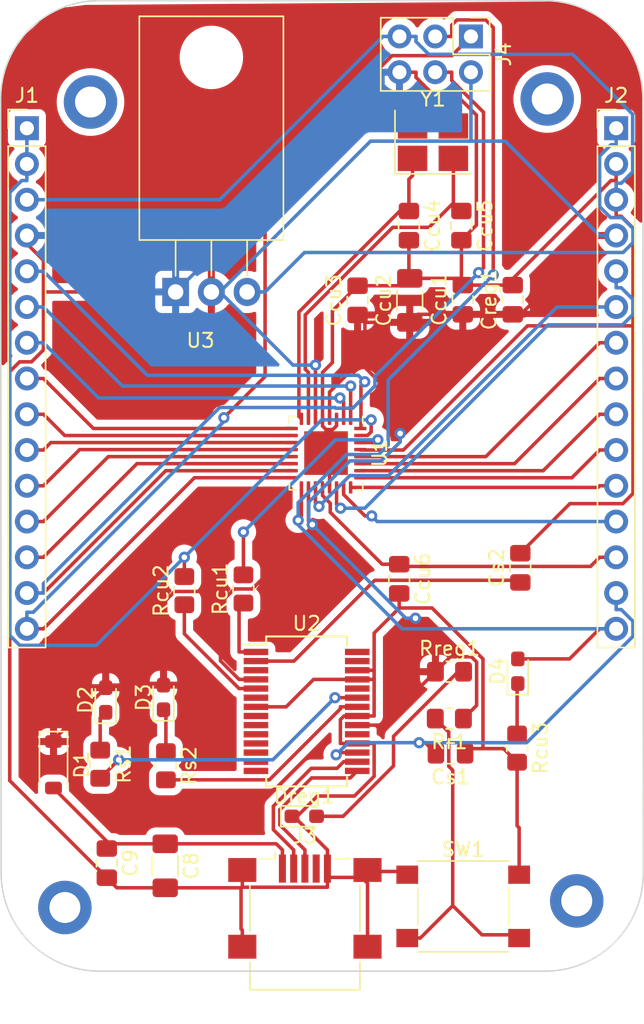
<source format=kicad_pcb>
(kicad_pcb (version 20221018) (generator pcbnew)
  (layers (0 "F.Cu" signal) (31 "B.Cu" signal) (34 "B.Paste" user) (35 "F.Paste" user) (36 "B.SilkS" user "B.Silkscreen") (37 "F.SilkS" user "F.Silkscreen") (38 "B.Mask" user) (39 "F.Mask" user) (44 "Edge.Cuts" user))
  (net 0 "")
  (net 1 "VBUS")
  (net 2 "GND")
  (net 3 "+5V")
  (net 4 "Net-(U1-XTAL2{slash}PB7)")
  (net 5 "Net-(U1-XTAL1{slash}PB6)")
  (net 6 "/AREF")
  (net 7 "+3.3V")
  (net 8 "Net-(U2-DTR)")
  (net 9 "/RESET")
  (net 10 "Net-(D2-K)")
  (net 11 "Net-(D3-K)")
  (net 12 "Net-(D4-K)")
  (net 13 "/D13_SCK")
  (net 14 "Net-(Dreg1-A)")
  (net 15 "/D1_TX")
  (net 16 "/D2")
  (net 17 "/D3")
  (net 18 "/D4")
  (net 19 "/D5")
  (net 20 "/D6")
  (net 21 "/D7")
  (net 22 "/D8")
  (net 23 "/D9")
  (net 24 "/D10")
  (net 25 "/D11_MOSI")
  (net 26 "/D12_MISO")
  (net 27 "VS")
  (net 28 "/A7")
  (net 29 "/A6")
  (net 30 "/A5")
  (net 31 "/A4")
  (net 32 "/A3")
  (net 33 "/A2")
  (net 34 "/A1")
  (net 35 "/A0")
  (net 36 "Net-(J3-D-)")
  (net 37 "Net-(J3-D+)")
  (net 39 "/RX")
  (net 40 "/D0_RX")
  (net 41 "/TX")
  (net 42 "Net-(Rr1-Pad2)")
  (net 43 "Net-(U2-CBUS0)")
  (net 44 "Net-(U2-CBUS1)")
  (footprint "Capacitor_SMD:C_0805_2012Metric_Pad1.18x1.45mm_HandSolder" (layer "F.Cu") (at 133.28 75.5875 -90)
    (fp_text reference "Ccu5")
    (fp_text value "C")
  )
  (footprint "Crystal:Crystal_SMD_3225-4Pin_3.2x2.5mm_HandSoldering" (layer "F.Cu") (at 131.26 69.66)
    (fp_text reference "Y1")
    (fp_text value "16Mhz")
  )
  (footprint "Capacitor_SMD:C_0805_2012Metric_Pad1.18x1.45mm_HandSolder" (layer "F.Cu") (at 136.93 80.8525 90)
    (fp_text reference "Creg1")
    (fp_text value "1nF")
  )
  (footprint "Resistor_SMD:R_0805_2012Metric_Pad1.20x1.40mm_HandSolder" (layer "F.Cu") (at 132.425 110.61 180)
    (fp_text reference "Rr1")
    (fp_text value "1k")
  )
  (footprint "Connector_PinHeader_2.54mm:PinHeader_1x15_P2.54mm_Vertical" (layer "F.Cu") (at 102.4 68.67)
    (fp_text reference "J1")
    (fp_text value "Conn_01x15" hide)
  )
  (footprint "Capacitor_SMD:C_0805_2012Metric_Pad1.18x1.45mm_HandSolder" (layer "F.Cu") (at 128.86 100.68 -90)
    (fp_text reference "Ccu6")
    (fp_text value "100nF")
  )
  (footprint "Diode_SMD:D_SOD-123" (layer "F.Cu") (at 104.29 113.89 -90)
    (fp_text reference "D1")
    (fp_text value "D")
  )
  (footprint "LED_SMD:LED_0603_1608Metric_Pad1.05x0.95mm_HandSolder" (layer "F.Cu") (at 137.29 107.245 90)
    (fp_text reference "D4")
    (fp_text value "USER_LED")
  )
  (footprint "Resistor_SMD:R_0805_2012Metric_Pad1.20x1.40mm_HandSolder" (layer "F.Cu") (at 107.61 113.85 -90)
    (fp_text reference "Rs1")
    (fp_text value "1k")
  )
  (footprint "LED_SMD:LED_0603_1608Metric_Pad1.05x0.95mm_HandSolder" (layer "F.Cu") (at 122.1125 117.55)
    (fp_text reference "Dreg1")
    (fp_text value "PWR_LED")
  )
  (footprint "Resistor_SMD:R_0805_2012Metric_Pad1.20x1.40mm_HandSolder" (layer "F.Cu") (at 132.435 107.28)
    (fp_text reference "Rreg1")
    (fp_text value "1k")
  )
  (footprint "Package_DFN_QFN:QFN-32-1EP_5x5mm_P0.5mm_EP3.1x3.1mm" (layer "F.Cu") (at 123.66 91.75 -90)
    (fp_text reference "U1")
    (fp_text value "ATmega328P-M")
  )
  (footprint "Resistor_SMD:R_0805_2012Metric_Pad1.20x1.40mm_HandSolder" (layer "F.Cu") (at 112.28 113.96 -90)
    (fp_text reference "Rs2")
    (fp_text value "1k")
  )
  (footprint "Capacitor_SMD:C_1206_3216Metric_Pad1.33x1.80mm_HandSolder" (layer "F.Cu") (at 129.61 80.8975 90)
    (fp_text reference "Ccu2")
    (fp_text value "47nF")
  )
  (footprint "LED_SMD:LED_0603_1608Metric_Pad1.05x0.95mm_HandSolder" (layer "F.Cu") (at 112.11 109.1075 90)
    (fp_text reference "D3")
    (fp_text value "TX_LED")
  )
  (footprint "LED_SMD:LED_0603_1608Metric_Pad1.05x0.95mm_HandSolder" (layer "F.Cu") (at 108 109.29 90)
    (fp_text reference "D2")
    (fp_text value "RX_LED")
  )
  (footprint "Connector_PinHeader_2.54mm:PinHeader_1x15_P2.54mm_Vertical" (layer "F.Cu") (at 144.28 68.67)
    (fp_text reference "J2")
    (fp_text value "Conn_01x15" hide)
  )
  (footprint "Capacitor_SMD:C_1206_3216Metric_Pad1.33x1.80mm_HandSolder" (layer "F.Cu") (at 112.23 121.0675 -90)
    (fp_text reference "C8")
    (fp_text value "4.7uF")
  )
  (footprint "Resistor_SMD:R_0805_2012Metric_Pad1.20x1.40mm_HandSolder" (layer "F.Cu") (at 137.24 112.7075 -90)
    (fp_text reference "Rcu3")
    (fp_text value "1k")
  )
  (footprint "Capacitor_SMD:C_0805_2012Metric_Pad1.18x1.45mm_HandSolder" (layer "F.Cu") (at 125.9 80.8975 90)
    (fp_text reference "Ccu3")
    (fp_text value "1uF")
  )
  (footprint "MountingHole:MountingHole_2.2mm_M2_DIN965_Pad_TopBottom" (layer "F.Cu") (at 106.92 66.81)
    (fp_text reference "REF**" hide)
    (fp_text value "MountingHole_2.2mm_M2_DIN965_Pad_TopBottom" hide)
  )
  (footprint "Capacitor_SMD:C_0805_2012Metric_Pad1.18x1.45mm_HandSolder" (layer "F.Cu") (at 137.47 99.9 90)
    (fp_text reference "Cs2")
    (fp_text value "C")
  )
  (footprint "Package_SO:SSOP-28_5.3x10.2mm_P0.65mm" (layer "F.Cu") (at 122.28 110.1)
    (fp_text reference "U2")
    (fp_text value "FT232RL")
  )
  (footprint "Resistor_SMD:R_0805_2012Metric_Pad1.20x1.40mm_HandSolder" (layer "F.Cu") (at 113.59 101.52 90)
    (fp_text reference "Rcu2")
    (fp_text value "1k")
  )
  (footprint "MountingHole:MountingHole_2.2mm_M2_DIN965_Pad_TopBottom" (layer "F.Cu") (at 105.1 124.03)
    (fp_text reference "REF**" hide)
    (fp_text value "MountingHole_2.2mm_M2_DIN965_Pad_TopBottom" hide)
  )
  (footprint "Resistor_SMD:R_0805_2012Metric_Pad1.20x1.40mm_HandSolder" (layer "F.Cu") (at 117.79 101.4 90)
    (fp_text reference "Rcu1")
    (fp_text value "1k")
  )
  (footprint "MountingHole:MountingHole_2.2mm_M2_DIN965_Pad_TopBottom" (layer "F.Cu") (at 141.48 123.56)
    (fp_text reference "REF**" hide)
    (fp_text value "MountingHole_2.2mm_M2_DIN965_Pad_TopBottom" hide)
  )
  (footprint "MountingHole:MountingHole_2.2mm_M2_DIN965_Pad_TopBottom" (layer "F.Cu") (at 139.38 66.59)
    (fp_text reference "REF**" hide)
    (fp_text value "MountingHole_2.2mm_M2_DIN965_Pad_TopBottom" hide)
  )
  (footprint "Capacitor_SMD:C_0805_2012Metric_Pad1.18x1.45mm_HandSolder" (layer "F.Cu") (at 132.5075 113.08 180)
    (fp_text reference "Cs1")
    (fp_text value "100nF")
  )
  (footprint "Capacitor_SMD:C_0805_2012Metric_Pad1.18x1.45mm_HandSolder" (layer "F.Cu") (at 133.38 80.8525 90)
    (fp_text reference "Ccu1")
    (fp_text value "1uF")
  )
  (footprint "Button_Switch_SMD:SW_Push_1P1T_NO_6x6mm_H9.5mm" (layer "F.Cu") (at 133.41 123.95)
    (fp_text reference "SW1")
    (fp_text value "SW_Push")
  )
  (footprint "Package_TO_SOT_THT:TO-220-3_Horizontal_TabDown" (layer "F.Cu") (at 112.97 80.3)
    (fp_text reference "U3")
    (fp_text value "LM1117T-5.0")
  )
  (footprint "Capacitor_SMD:C_0805_2012Metric_Pad1.18x1.45mm_HandSolder" (layer "F.Cu") (at 108.08 120.8775 -90)
    (fp_text reference "C9")
    (fp_text value "100nF")
  )
  (footprint "Connector_USB:USB_Mini-B_Lumberg_2486_01_Horizontal" (layer "F.Cu") (at 122.16 123.965)
    (fp_text reference "J3")
    (fp_text value "USB_B_Micro")
  )
  (footprint "Capacitor_SMD:C_0805_2012Metric_Pad1.18x1.45mm_HandSolder" (layer "F.Cu") (at 129.55 75.5875 -90)
    (fp_text reference "Ccu4")
    (fp_text value "C")
  )
  (footprint "Connector_PinHeader_2.54mm:PinHeader_2x03_P2.54mm_Vertical" (layer "F.Cu") (at 133.96 62.15 -90)
    (fp_text reference "J4")
    (fp_text value "Conn_02x03_Odd_Even" hide)
  )
  (gr_line (start 146.21 121.58) (end 146.178534 66.58) (stroke (width 0.1)) (layer "Edge.Cuts"))
  (gr_line (start 107.54 128.55) (end 139.24 128.55) (stroke (width 0.1)) (layer "Edge.Cuts"))
  (gr_arc (start 107.54 128.55) (mid 102.611466 126.508534) (end 100.57 121.58) (stroke (width 0.1)) (layer "Edge.Cuts"))
  (gr_arc (start 100.538534 66.58) (mid 102.58 61.651466) (end 107.508534 59.61) (stroke (width 0.1)) (layer "Edge.Cuts"))
  (gr_line (start 139.208534 59.61) (end 107.508534 59.61) (stroke (width 0.1)) (layer "Edge.Cuts"))
  (gr_line (start 100.538534 66.58) (end 100.57 121.58) (stroke (width 0.1)) (layer "Edge.Cuts"))
  (gr_arc (start 146.21 121.58) (mid 144.168534 126.508534) (end 139.24 128.55) (stroke (width 0.1)) (layer "Edge.Cuts"))
  (gr_arc (start 139.208534 59.61) (mid 144.137068 61.651466) (end 146.178534 66.58) (stroke (width 0.1)) (layer "Edge.Cuts"))
  (segment (start 108.335 119.585) (end 108.415 119.505) (width 0.25) (layer "F.Cu") (net 1))
  (segment (start 120.56 121.265) (end 120.56 119.9399) (width 0.25) (layer "F.Cu") (net 1))
  (segment (start 108.08 119.84) (end 108.335 119.585) (width 0.25) (layer "F.Cu") (net 1))
  (segment (start 120.1251 119.505) (end 120.56 119.9399) (width 0.25) (layer "F.Cu") (net 1))
  (segment (start 108.335 119.585) (end 104.29 115.54) (width 0.25) (layer "F.Cu") (net 1))
  (segment (start 108.415 119.505) (end 112.23 119.505) (width 0.25) (layer "F.Cu") (net 1))
  (segment (start 112.23 119.505) (end 120.1251 119.505) (width 0.25) (layer "F.Cu") (net 1))
  (segment (start 101.1812 115.0162) (end 101.1812 85.9628) (width 0.25) (layer "F.Cu") (net 2))
  (segment (start 129.435 121.7) (end 129.205 121.47) (width 0.25) (layer "F.Cu") (net 2))
  (segment (start 126.61 122.3114) (end 126.1893 121.8907) (width 0.25) (layer "F.Cu") (net 2))
  (segment (start 137.385 121.7) (end 137.385 118.3649) (width 0.25) (layer "F.Cu") (net 2))
  (segment (start 108.795 122.63) (end 108.08 121.915) (width 0.25) (layer "F.Cu") (net 2))
  (segment (start 134.3457 75.5593) (end 134.3457 67.7336) (width 0.25) (layer "F.Cu") (net 2))
  (segment (start 124.6799 110.6829) (end 124.9378 110.425) (width 0.25) (layer "F.Cu") (net 2))
  (segment (start 133.38 79.815) (end 136.93 79.815) (width 0.25) (layer "F.Cu") (net 2))
  (segment (start 124.41 89.8006) (end 124.41 89.3125) (width 0.25) (layer "F.Cu") (net 2))
  (segment (start 117.71 125.6399) (end 117.6201 125.55) (width 0.25) (layer "F.Cu") (net 2))
  (segment (start 125.88 107.825) (end 122.7762 107.825) (width 0.25) (layer "F.Cu") (net 2))
  (segment (start 144.28 71.21) (end 144.28 72.3851) (width 0.25) (layer "F.Cu") (net 2))
  (segment (start 123.76 121.8907) (end 126.1893 121.8907) (width 0.25) (layer "F.Cu") (net 2))
  (segment (start 123.41 89.8254) (end 123.66 90.0754) (width 0.25) (layer "F.Cu") (net 2))
  (segment (start 127.0801 110.425) (end 127.0801 107.825) (width 0.25) (layer "F.Cu") (net 2))
  (segment (start 123.91 92) (end 123.91 94.1875) (width 0.25) (layer "F.Cu") (net 2))
  (segment (start 131.1948 102.753) (end 134.8155 106.3737) (width 0.25) (layer "F.Cu") (net 2))
  (segment (start 123.76 121.265) (end 123.76 119.9399) (width 0.25) (layer "F.Cu") (net 2))
  (segment (start 133.28 76.625) (end 134.3457 75.5593) (width 0.25) (layer "F.Cu") (net 2))
  (segment (start 143.9147 72.3851) (end 144.28 72.3851) (width 0.25) (layer "F.Cu") (net 2))
  (segment (start 123.76 121.265) (end 123.76 121.8907) (width 0.25) (layer "F.Cu") (net 2))
  (segment (start 126.1893 121.8907) (end 126.61 121.47) (width 0.25) (layer "F.Cu") (net 2))
  (segment (start 125.88 110.425) (end 127.0801 110.425) (width 0.25) (layer "F.Cu") (net 2))
  (segment (start 125.88 112.375) (end 124.6799 112.375) (width 0.25) (layer "F.Cu") (net 2))
  (segment (start 125.88 107.175) (end 127.0801 107.175) (width 0.25) (layer "F.Cu") (net 2))
  (segment (start 123.41 86.0195) (end 124.1127 85.3168) (width 0.25) (layer "F.Cu") (net 2))
  (segment (start 117.71 122.5401) (end 117.76 122.5901) (width 0.25) (layer "F.Cu") (net 2))
  (segment (start 126.61 126.815) (end 126.61 122.3114) (width 0.25) (layer "F.Cu") (net 2))
  (segment (start 120.8262 109.775) (end 118.68 109.775) (width 0.25) (layer "F.Cu") (net 2))
  (segment (start 133.8808 112.7442) (end 134.8155 112.7442) (width 0.25) (layer "F.Cu") (net 2))
  (segment (start 101.8798 85.2642) (end 102.7276 85.2642) (width 0.25) (layer "F.Cu") (net 2))
  (segment (start 124.1127 81.6473) (end 125.9 79.86) (width 0.25) (layer "F.Cu") (net 2))
  (segment (start 123.0499 116.1107) (end 123.0499 116.1108) (width 0.25) (layer "F.Cu") (net 2))
  (segment (start 127.0801 112.375) (end 127.0801 114.7062) (width 0.25) (layer "F.Cu") (net 2))
  (segment (start 128.965 79.86) (end 125.9 79.86) (width 0.25) (layer "F.Cu") (net 2))
  (segment (start 117.71 126.815) (end 117.71 125.6399) (width 0.25) (layer "F.Cu") (net 2))
  (segment (start 102.4 76.29) (end 102.4 76.8775) (width 0.25) (layer "F.Cu") (net 2))
  (segment (start 136.93 79.815) (end 136.93 79.3698) (width 0.25) (layer "F.Cu") (net 2))
  (segment (start 133.28 79.335) (end 133.28 79.715) (width 0.25) (layer "F.Cu") (net 2))
  (segment (start 103.5752 84.4166) (end 103.5752 80.3) (width 0.25) (layer "F.Cu") (net 2))
  (segment (start 128.88 64.69) (end 130.0551 64.69) (width 0.25) (layer "F.Cu") (net 2))
  (segment (start 129.55 79.275) (end 128.965 79.86) (width 0.25) (layer "F.Cu") (net 2))
  (segment (start 117.6201 122.63) (end 117.71 122.5401) (width 0.25) (layer "F.Cu") (net 2))
  (segment (start 103.5752 78.0527) (end 102.4 76.8775) (width 0.25) (layer "F.Cu") (net 2))
  (segment (start 123.66 91.75) (end 123.91 92) (width 0.25) (layer "F.Cu") (net 2))
  (segment (start 121.3578 117.6703) (end 121.4904 117.6703) (width 0.25) (layer "F.Cu") (net 2))
  (segment (start 133.28 76.625) (end 133.28 79.335) (width 0.25) (layer "F.Cu") (net 2))
  (segment (start 128.86 101.7175) (end 128.86 102.753) (width 0.25) (layer "F.Cu") (net 2))
  (segment (start 121.4904 117.6703) (end 123.76 119.9399) (width 0.25) (layer "F.Cu") (net 2))
  (segment (start 131.2965 66.2967) (end 130.0551 65.0553) (width 0.25) (layer "F.Cu") (net 2))
  (segment (start 117.76 122.5901) (end 123.76 122.5901) (width 0.25) (layer "F.Cu") (net 2))
  (segment (start 124.9378 110.425) (end 125.88 110.425) (width 0.25) (layer "F.Cu") (net 2))
  (segment (start 125.6756 116.1107) (end 123.0499 116.1107) (width 0.25) (layer "F.Cu") (net 2))
  (segment (start 137.24 118.2199) (end 137.24 113.7075) (width 0.25) (layer "F.Cu") (net 2))
  (segment (start 112.23 122.63) (end 117.6201 122.63) (width 0.25) (layer "F.Cu") (net 2))
  (segment (start 124.1352 90.0754) (end 124.41 89.8006) (width 0.25) (layer "F.Cu") (net 2))
  (segment (start 112.23 122.63) (end 108.795 122.63) (width 0.25) (layer "F.Cu") (net 2))
  (segment (start 134.8155 106.3737) (end 134.8155 112.7442) (width 0.25) (layer "F.Cu") (net 2))
  (segment (start 136.93 79.3698) (end 143.9147 72.3851) (width 0.25) (layer "F.Cu") (net 2))
  (segment (start 101.1812 85.9628) (end 101.8798 85.2642) (width 0.25) (layer "F.Cu") (net 2))
  (segment (start 117.6201 125.55) (end 117.6201 122.63) (width 0.25) (layer "F.Cu") (net 2))
  (segment (start 123.66 90.0754) (end 123.66 91.75) (width 0.25) (layer "F.Cu") (net 2))
  (segment (start 129.205 121.47) (end 126.61 121.47) (width 0.25) (layer "F.Cu") (net 2))
  (segment (start 125.88 107.825) (end 127.0801 107.825) (width 0.25) (layer "F.Cu") (net 2))
  (segment (start 124.1127 85.3168) (end 124.1127 81.6473) (width 0.25) (layer "F.Cu") (net 2))
  (segment (start 108.08 121.915) (end 101.1812 115.0162) (width 0.25) (layer "F.Cu") (net 2))
  (segment (start 136.2767 112.7442) (end 137.24 113.7075) (width 0.25) (layer "F.Cu") (net 2))
  (segment (start 122.7762 107.825) (end 120.8262 109.775) (width 0.25) (layer "F.Cu") (net 2))
  (segment (start 123.41 89.3125) (end 123.41 86.0195) (width 0.25) (layer "F.Cu") (net 2))
  (segment (start 123.0499 116.1108) (end 121.4904 117.6703) (width 0.25) (layer "F.Cu") (net 2))
  (segment (start 112.97 80.3) (end 111.6924 80.3) (width 0.25) (layer "F.Cu") (net 2))
  (segment (start 133.28 79.715) (end 133.38 79.815) (width 0.25) (layer "F.Cu") (net 2))
  (segment (start 123.76 121.8907) (end 123.76 122.5901) (width 0.25) (layer "F.Cu") (net 2))
  (segment (start 121.2375 117.55) (end 121.3578 117.6703) (width 0.25) (layer "F.Cu") (net 2))
  (segment (start 129.55 79.275) (end 129.55 76.625) (width 0.25) (layer "F.Cu") (net 2))
  (segment (start 124.6799 112.375) (end 124.6799 110.6829) (width 0.25) (layer "F.Cu") (net 2))
  (segment (start 103.5752 80.3) (end 111.6924 80.3) (width 0.25) (layer "F.Cu") (net 2))
  (segment (start 117.71 121.365) (end 117.71 122.5401) (width 0.25) (layer "F.Cu") (net 2))
  (segment (start 129.61 79.335) (end 129.55 79.275) (width 0.25) (layer "F.Cu") (net 2))
  (segment (start 130.0551 65.0553) (end 130.0551 64.69) (width 0.25) (layer "F.Cu") (net 2))
  (segment (start 127.0801 107.175) (end 127.0801 107.825) (width 0.25) (layer "F.Cu") (net 2))
  (segment (start 127.0801 114.7062) (end 125.6756 116.1107) (width 0.25) (layer "F.Cu") (net 2))
  (segment (start 134.8155 112.7442) (end 136.2767 112.7442) (width 0.25) (layer "F.Cu") (net 2))
  (segment (start 137.385 118.3649) (end 137.24 118.2199) (width 0.25) (layer "F.Cu") (net 2))
  (segment (start 103.5752 80.3) (end 103.5752 78.0527) (width 0.25) (layer "F.Cu") (net 2))
  (segment (start 125.88 112.375) (end 127.0801 112.375) (width 0.25) (layer "F.Cu") (net 2))
  (segment (start 128.86 102.753) (end 127.0801 104.5329) (width 0.25) (layer "F.Cu") (net 2))
  (segment (start 134.3457 67.7336) (end 132.9088 66.2967) (width 0.25) (layer "F.Cu") (net 2))
  (segment (start 123.41 89.3125) (end 123.41 89.8254) (width 0.25) (layer "F.Cu") (net 2))
  (segment (start 127.0801 104.5329) (end 127.0801 107.175) (width 0.25) (layer "F.Cu") (net 2))
  (segment (start 128.86 102.753) (end 131.1948 102.753) (width 0.25) (layer "F.Cu") (net 2))
  (segment (start 132.9088 66.2967) (end 131.2965 66.2967) (width 0.25) (layer "F.Cu") (net 2))
  (segment (start 123.66 90.0754) (end 124.1352 90.0754) (width 0.25) (layer "F.Cu") (net 2))
  (segment (start 126.61 121.365) (end 126.61 121.47) (width 0.25) (layer "F.Cu") (net 2))
  (segment (start 102.7276 85.2642) (end 103.5752 84.4166) (width 0.25) (layer "F.Cu") (net 2))
  (segment (start 133.545 113.08) (end 133.8808 112.7442) (width 0.25) (layer "F.Cu") (net 2))
  (segment (start 133.28 79.335) (end 129.61 79.335) (width 0.25) (layer "F.Cu") (net 2))
  (segment (start 128.88 64.69) (end 127.7049 64.69) (width 0.25) (layer "B.Cu") (net 2))
  (segment (start 127.7049 65.5651) (end 127.7049 64.69) (width 0.25) (layer "B.Cu") (net 2))
  (segment (start 112.97 80.3) (end 127.7049 65.5651) (width 0.25) (layer "B.Cu") (net 2))
  (segment (start 126.0413 85.2831) (end 126.425 84.8994) (width 0.25) (layer "F.Cu") (net 3))
  (segment (start 126.425 82.46) (end 125.9 81.935) (width 0.25) (layer "F.Cu") (net 3))
  (segment (start 116.1567 106.5018) (end 117.4799 107.825) (width 0.25) (layer "F.Cu") (net 3))
  (segment (start 130.18 81.89) (end 129.61 82.46) (width 0.25) (layer "F.Cu") (net 3))
  (segment (start 128.931 88.1729) (end 128.931 90.3563) (width 0.25) (layer "F.Cu") (net 3))
  (segment (start 123.91 89.3125) (end 123.91 87.4144) (width 0.25) (layer "F.Cu") (net 3))
  (segment (start 144.28 76.29) (end 143.1049 76.29) (width 0.25) (layer "F.Cu") (net 3))
  (segment (start 122.41 96.5558) (end 122.6821 96.8279) (width 0.25) (layer "F.Cu") (net 3))
  (segment (start 143.1049 76.29) (end 137.5049 81.89) (width 0.25) (layer "F.Cu") (net 3))
  (segment (start 122.9092 85.4948) (end 122.91 85.4956) (width 0.25) (layer "F.Cu") (net 3))
  (segment (start 132.4966 106.2184) (end 132.4966 105.9566) (width 0.25) (layer "F.Cu") (net 3))
  (segment (start 116.1567 102.3813) (end 116.1567 106.5018) (width 0.25) (layer "F.Cu") (net 3))
  (segment (start 122.41 94.1875) (end 122.41 96.5558) (width 0.25) (layer "F.Cu") (net 3))
  (segment (start 134.3649 109.6701) (end 134.3649 106.5888) (width 0.25) (layer "F.Cu") (net 3))
  (segment (start 127.64 111.075) (end 125.88 111.075) (width 0.25) (layer "F.Cu") (net 3))
  (segment (start 123.91 87.4144) (end 126.0413 85.2831) (width 0.25) (layer "F.Cu") (net 3))
  (segment (start 112.11 102.3691) (end 112.9003 101.5788) (width 0.25) (layer "F.Cu") (net 3))
  (segment (start 133.9945 106.2184) (end 132.4966 106.2184) (width 0.25) (layer "F.Cu") (net 3))
  (segment (start 104.29 112.125) (end 108 108.415) (width 0.25) (layer "F.Cu") (net 3))
  (segment (start 117.138 101.4) (end 118.4136 101.4) (width 0.25) (layer "F.Cu") (net 3))
  (segment (start 118.68 107.825) (end 117.4799 107.825) (width 0.25) (layer "F.Cu") (net 3))
  (segment (start 129.61 82.46) (end 126.425 82.46) (width 0.25) (layer "F.Cu") (net 3))
  (segment (start 137.5049 81.89) (end 136.93 81.89) (width 0.25) (layer "F.Cu") (net 3))
  (segment (start 133.425 110.61) (end 134.3649 109.6701) (width 0.25) (layer "F.Cu") (net 3))
  (segment (start 131.435 107.28) (end 127.64 111.075) (width 0.25) (layer "F.Cu") (net 3))
  (segment (start 126.0413 85.2831) (end 128.931 88.1729) (width 0.25) (layer "F.Cu") (net 3))
  (segment (start 115.3542 101.5788) (end 116.1567 102.3813) (width 0.25) (layer "F.Cu") (net 3))
  (segment (start 116.1567 102.3813) (end 117.138 101.4) (width 0.25) (layer "F.Cu") (net 3))
  (segment (start 132.4966 105.9566) (end 130.0181 103.4781) (width 0.25) (layer "F.Cu") (net 3))
  (segment (start 122.91 85.4956) (end 122.91 89.3125) (width 0.25) (layer "F.Cu") (net 3))
  (segment (start 104.29 112.24) (end 104.29 112.125) (width 0.25) (layer "F.Cu") (net 3))
  (segment (start 122.6821 97.1315) (end 122.6821 96.8279) (width 0.25) (layer "F.Cu") (net 3))
  (segment (start 134.3649 106.5888) (end 133.9945 106.2184) (width 0.25) (layer "F.Cu") (net 3))
  (segment (start 112.9003 101.5788) (end 115.3542 101.5788) (width 0.25) (layer "F.Cu") (net 3))
  (segment (start 112.11 108.2325) (end 112.11 102.3691) (width 0.25) (layer "F.Cu") (net 3))
  (segment (start 132.4966 106.2184) (end 131.435 107.28) (width 0.25) (layer "F.Cu") (net 3))
  (segment (start 126.425 84.8994) (end 126.425 82.46) (width 0.25) (layer "F.Cu") (net 3))
  (segment (start 136.93 81.89) (end 133.38 81.89) (width 0.25) (layer "F.Cu") (net 3))
  (segment (start 118.4136 101.4) (end 122.6821 97.1315) (width 0.25) (layer "F.Cu") (net 3))
  (segment (start 108.1825 108.2325) (end 108 108.415) (width 0.25) (layer "F.Cu") (net 3))
  (segment (start 133.38 81.89) (end 130.18 81.89) (width 0.25) (layer "F.Cu") (net 3))
  (segment (start 112.11 108.2325) (end 108.1825 108.2325) (width 0.25) (layer "F.Cu") (net 3))
  (via (at 128.931 90.3563) (size 0.8) (drill 0.4) (layers "F.Cu" "B.Cu") (net 3))
  (via (at 130.0181 103.4781) (size 0.8) (drill 0.4) (layers "F.Cu" "B.Cu") (net 3))
  (via (at 122.9092 85.4948) (size 0.8) (drill 0.4) (layers "F.Cu" "B.Cu") (net 3))
  (via (at 122.6821 96.8279) (size 0.8) (drill 0.4) (layers "F.Cu" "B.Cu") (net 3))
  (segment (start 115.5119 80.2981) (end 115.51 80.3) (width 0.25) (layer "B.Cu") (net 3))
  (segment (start 116.1164 80.2981) (end 115.5119 80.2981) (width 0.25) (layer "B.Cu") (net 3))
  (segment (start 129.3323 103.4781) (end 122.6821 96.8279) (width 0.25) (layer "B.Cu") (net 3))
  (segment (start 126.8275 69.587) (end 116.1165 80.298) (width 0.25) (layer "B.Cu") (net 3))
  (segment (start 133.96 69.587) (end 126.8275 69.587) (width 0.25) (layer "B.Cu") (net 3))
  (segment (start 122.4341 95.2304) (end 125.3652 92.2993) (width 0.25) (layer "B.Cu") (net 3))
  (segment (start 128.931 90.9523) (end 128.931 90.3563) (width 0.25) (layer "B.Cu") (net 3))
  (segment (start 116.1165 80.298) (end 121.3132 85.4948) (width 0.25) (layer "B.Cu") (net 3))
  (segment (start 133.96 69.587) (end 133.96 64.69) (width 0.25) (layer "B.Cu") (net 3))
  (segment (start 116.1165 80.298) (end 116.1164 80.2981) (width 0.25) (layer "B.Cu") (net 3))
  (segment (start 130.0181 103.4781) (end 129.3323 103.4781) (width 0.25) (layer "B.Cu") (net 3))
  (segment (start 143.1049 76.29) (end 136.4019 69.587) (width 0.25) (layer "B.Cu") (net 3))
  (segment (start 144.28 76.29) (end 143.1049 76.29) (width 0.25) (layer "B.Cu") (net 3))
  (segment (start 125.3652 92.2993) (end 127.584 92.2993) (width 0.25) (layer "B.Cu") (net 3))
  (segment (start 136.4019 69.587) (end 133.96 69.587) (width 0.25) (layer "B.Cu") (net 3))
  (segment (start 122.6821 96.8279) (end 122.4341 96.5799) (width 0.25) (layer "B.Cu") (net 3))
  (segment (start 121.3132 85.4948) (end 122.9092 85.4948) (width 0.25) (layer "B.Cu") (net 3))
  (segment (start 127.584 92.2993) (end 128.931 90.9523) (width 0.25) (layer "B.Cu") (net 3))
  (segment (start 122.4341 96.5799) (end 122.4341 95.2304) (width 0.25) (layer "B.Cu") (net 3))
  (segment (start 129.55 74.55) (end 128.9098 74.55) (width 0.25) (layer "F.Cu") (net 4))
  (segment (start 129.55 74.55) (end 129.55 72.2951) (width 0.25) (layer "F.Cu") (net 4))
  (segment (start 129.55 72.2951) (end 129.81 72.0351) (width 0.25) (layer "F.Cu") (net 4))
  (segment (start 129.81 70.81) (end 129.81 72.0351) (width 0.25) (layer "F.Cu") (net 4))
  (segment (start 121.734 81.7258) (end 121.734 89.1365) (width 0.25) (layer "F.Cu") (net 4))
  (segment (start 121.734 89.1365) (end 121.91 89.3125) (width 0.25) (layer "F.Cu") (net 4))
  (segment (start 128.9098 74.55) (end 121.734 81.7258) (width 0.25) (layer "F.Cu") (net 4))
  (segment (start 132.71 70.81) (end 132.71 73.98) (width 0.25) (layer "F.Cu") (net 5))
  (segment (start 122.1841 85.7951) (end 122.41 86.021) (width 0.25) (layer "F.Cu") (net 5))
  (segment (start 122.1841 81.9283) (end 122.1841 85.7951) (width 0.25) (layer "F.Cu") (net 5))
  (segment (start 130.9786 75.7114) (end 128.401 75.7114) (width 0.25) (layer "F.Cu") (net 5))
  (segment (start 132.71 73.98) (end 130.9786 75.7114) (width 0.25) (layer "F.Cu") (net 5))
  (segment (start 122.41 86.021) (end 122.41 89.3125) (width 0.25) (layer "F.Cu") (net 5))
  (segment (start 132.71 73.98) (end 133.28 74.55) (width 0.25) (layer "F.Cu") (net 5))
  (segment (start 128.401 75.7114) (end 122.1841 81.9283) (width 0.25) (layer "F.Cu") (net 5))
  (segment (start 123.9599 95.9572) (end 127.6452 99.6425) (width 0.25) (layer "F.Cu") (net 6))
  (segment (start 142.4554 99.7995) (end 129.017 99.7995) (width 0.25) (layer "F.Cu") (net 6))
  (segment (start 123.41 94.7631) (end 123.9599 95.313) (width 0.25) (layer "F.Cu") (net 6))
  (segment (start 123.41 94.1875) (end 123.41 94.7631) (width 0.25) (layer "F.Cu") (net 6))
  (segment (start 127.6452 99.6425) (end 128.86 99.6425) (width 0.25) (layer "F.Cu") (net 6))
  (segment (start 144.28 99.15) (end 143.1049 99.15) (width 0.25) (layer "F.Cu") (net 6))
  (segment (start 123.9599 95.313) (end 123.9599 95.9572) (width 0.25) (layer "F.Cu") (net 6))
  (segment (start 129.017 99.7995) (end 128.86 99.6425) (width 0.25) (layer "F.Cu") (net 6))
  (segment (start 143.1049 99.15) (end 142.4554 99.7995) (width 0.25) (layer "F.Cu") (net 6))
  (segment (start 124.3763 113.1816) (end 124.5329 113.025) (width 0.25) (layer "F.Cu") (net 7))
  (segment (start 131.47 113.08) (end 130.7114 112.3214) (width 0.25) (layer "F.Cu") (net 7))
  (segment (start 124.5329 113.025) (end 125.88 113.025) (width 0.25) (layer "F.Cu") (net 7))
  (segment (start 130.7114 112.3214) (end 130.2763 112.3214) (width 0.25) (layer "F.Cu") (net 7))
  (via (at 130.2763 112.3214) (size 0.8) (drill 0.4) (layers "F.Cu" "B.Cu") (net 7))
  (via (at 124.3763 113.1816) (size 0.8) (drill 0.4) (layers "F.Cu" "B.Cu") (net 7))
  (segment (start 145.4742 103.6941) (end 145.4742 104.7659) (width 0.25) (layer "B.Cu") (net 7))
  (segment (start 144.28 102.8651) (end 144.6452 102.8651) (width 0.25) (layer "B.Cu") (net 7))
  (segment (start 125.2365 112.3214) (end 124.3763 113.1816) (width 0.25) (layer "B.Cu") (net 7))
  (segment (start 145.4742 104.7659) (end 137.9187 112.3214) (width 0.25) (layer "B.Cu") (net 7))
  (segment (start 144.28 101.69) (end 144.28 102.8651) (width 0.25) (layer "B.Cu") (net 7))
  (segment (start 137.9187 112.3214) (end 130.2763 112.3214) (width 0.25) (layer "B.Cu") (net 7))
  (segment (start 130.2763 112.3214) (end 125.2365 112.3214) (width 0.25) (layer "B.Cu") (net 7))
  (segment (start 144.6452 102.8651) (end 145.4742 103.6941) (width 0.25) (layer "B.Cu") (net 7))
  (segment (start 127.1214 100.7839) (end 121.3803 106.525) (width 0.25) (layer "F.Cu") (net 8))
  (segment (start 137.47 100.9375) (end 137.3164 100.7839) (width 0.25) (layer "F.Cu") (net 8))
  (segment (start 137.3164 100.7839) (end 127.1214 100.7839) (width 0.25) (layer "F.Cu") (net 8))
  (segment (start 121.3803 106.525) (end 118.68 106.525) (width 0.25) (layer "F.Cu") (net 8))
  (segment (start 140.9925 95.34) (end 144.7579 95.34) (width 0.25) (layer "F.Cu") (net 9))
  (segment (start 137.47 98.8625) (end 140.9925 95.34) (width 0.25) (layer "F.Cu") (net 9))
  (segment (start 137.9749 82.7092) (end 129.1525 91.5316) (width 0.25) (layer "F.Cu") (net 9))
  (segment (start 144.7579 95.34) (end 145.4785 94.6194) (width 0.25) (layer "F.Cu") (net 9))
  (segment (start 145.4785 75.7584) (end 144.6452 74.9251) (width 0.25) (layer "F.Cu") (net 9))
  (segment (start 144.6452 74.9251) (end 144.28 74.9251) (width 0.25) (layer "F.Cu") (net 9))
  (segment (start 126.1291 91.5316) (end 126.0975 91.5) (width 0.25) (layer "F.Cu") (net 9))
  (segment (start 145.4785 94.6194) (end 145.4785 82.7092) (width 0.25) (layer "F.Cu") (net 9))
  (segment (start 129.1525 91.5316) (end 126.1291 91.5316) (width 0.25) (layer "F.Cu") (net 9))
  (segment (start 144.28 73.75) (end 144.28 74.9251) (width 0.25) (layer "F.Cu") (net 9))
  (segment (start 145.4785 82.7092) (end 145.4785 75.7584) (width 0.25) (layer "F.Cu") (net 9))
  (segment (start 145.4785 82.7092) (end 137.9749 82.7092) (width 0.25) (layer "F.Cu") (net 9))
  (segment (start 116.1049 73.75) (end 102.4 73.75) (width 0.25) (layer "B.Cu") (net 9))
  (segment (start 144.28 73.75) (end 144.28 72.5749) (width 0.25) (layer "B.Cu") (net 9))
  (segment (start 145.4552 71.7669) (end 145.4552 67.678) (width 0.25) (layer "B.Cu") (net 9))
  (segment (start 128.88 62.15) (end 130.0551 62.15) (width 0.25) (layer "B.Cu") (net 9))
  (segment (start 130.0551 62.5153) (end 130.0551 62.15) (width 0.25) (layer "B.Cu") (net 9))
  (segment (start 128.88 62.15) (end 127.7049 62.15) (width 0.25) (layer "B.Cu") (net 9))
  (segment (start 144.28 72.5749) (end 144.6472 72.5749) (width 0.25) (layer "B.Cu") (net 9))
  (segment (start 141.1972 63.42) (end 130.9598 63.42) (width 0.25) (layer "B.Cu") (net 9))
  (segment (start 130.9598 63.42) (end 130.0551 62.5153) (width 0.25) (layer "B.Cu") (net 9))
  (segment (start 145.4552 67.678) (end 141.1972 63.42) (width 0.25) (layer "B.Cu") (net 9))
  (segment (start 127.7049 62.15) (end 116.1049 73.75) (width 0.25) (layer "B.Cu") (net 9))
  (segment (start 144.6472 72.5749) (end 145.4552 71.7669) (width 0.25) (layer "B.Cu") (net 9))
  (segment (start 107.61 110.555) (end 107.61 112.85) (width 0.25) (layer "F.Cu") (net 10))
  (segment (start 108 110.165) (end 107.61 110.555) (width 0.25) (layer "F.Cu") (net 10))
  (segment (start 112.28 110.1525) (end 112.28 112.96) (width 0.25) (layer "F.Cu") (net 11))
  (segment (start 112.11 109.9825) (end 112.28 110.1525) (width 0.25) (layer "F.Cu") (net 11))
  (segment (start 137.29 108.12) (end 137.24 108.17) (width 0.25) (layer "F.Cu") (net 12))
  (segment (start 137.24 108.17) (end 137.24 111.7075) (width 0.25) (layer "F.Cu") (net 12))
  (segment (start 144.28 104.23) (end 143.1049 104.23) (width 0.25) (layer "F.Cu") (net 13))
  (segment (start 135.5443 61.5126) (end 135.5443 79.0876) (width 0.25) (layer "F.Cu") (net 13))
  (segment (start 121.91 94.1875) (end 121.91 96.2906) (width 0.25) (layer "F.Cu") (net 13))
  (segment (start 137.29 106.37) (end 140.9649 106.37) (width 0.25) (layer "F.Cu") (net 13))
  (segment (start 132.5951 61.3421) (end 132.9624 60.9748) (width 0.25) (layer "F.Cu") (net 13))
  (segment (start 132.5951 62.15) (end 132.5951 61.3421) (width 0.25) (layer "F.Cu") (net 13))
  (segment (start 131.42 62.15) (end 132.5951 62.15) (width 0.25) (layer "F.Cu") (net 13))
  (segment (start 132.9624 60.9748) (end 135.0065 60.9748) (width 0.25) (layer "F.Cu") (net 13))
  (segment (start 121.91 96.2906) (end 121.6809 96.5197) (width 0.25) (layer "F.Cu") (net 13))
  (segment (start 135.0065 60.9748) (end 135.5443 61.5126) (width 0.25) (layer "F.Cu") (net 13))
  (segment (start 140.9649 106.37) (end 143.1049 104.23) (width 0.25) (layer "F.Cu") (net 13))
  (via (at 135.5443 79.0876) (size 0.8) (drill 0.4) (layers "F.Cu" "B.Cu") (net 13))
  (via (at 121.6809 96.5197) (size 0.8) (drill 0.4) (layers "F.Cu" "B.Cu") (net 13))
  (segment (start 127.3973 91.8491) (end 125.1075 91.8491) (width 0.25) (layer "B.Cu") (net 13))
  (segment (start 128.0773 86.5546) (end 128.0773 91.1691) (width 0.25) (layer "B.Cu") (net 13))
  (segment (start 121.6809 95.2757) (end 121.6809 96.5197) (width 0.25) (layer "B.Cu") (net 13))
  (segment (start 128.0773 91.1691) (end 127.3973 91.8491) (width 0.25) (layer "B.Cu") (net 13))
  (segment (start 121.6809 96.5197) (end 121.6809 96.8522) (width 0.25) (layer "B.Cu") (net 13))
  (segment (start 125.1075 91.8491) (end 121.6809 95.2757) (width 0.25) (layer "B.Cu") (net 13))
  (segment (start 129.0587 104.23) (end 144.28 104.23) (width 0.25) (layer "B.Cu") (net 13))
  (segment (start 121.6809 96.8522) (end 129.0587 104.23) (width 0.25) (layer "B.Cu") (net 13))
  (segment (start 135.5443 79.0876) (end 128.0773 86.5546) (width 0.25) (layer "B.Cu") (net 13))
  (segment (start 124.8748 117.55) (end 128.457 113.9678) (width 0.25) (layer "F.Cu") (net 14))
  (segment (start 128.457 113.9678) (end 128.457 111.8727) (width 0.25) (layer "F.Cu") (net 14))
  (segment (start 122.9875 117.55) (end 124.8748 117.55) (width 0.25) (layer "F.Cu") (net 14))
  (segment (start 133.0497 107.28) (end 133.435 107.28) (width 0.25) (layer "F.Cu") (net 14))
  (segment (start 128.457 111.8727) (end 133.0497 107.28) (width 0.25) (layer "F.Cu") (net 14))
  (segment (start 113.59 99.1478) (end 113.59 100.52) (width 0.25) (layer "F.Cu") (net 15))
  (segment (start 126.867 90.238) (end 126.605 90.5) (width 0.25) (layer "F.Cu") (net 15))
  (segment (start 126.867 89.3857) (end 126.867 90.238) (width 0.25) (layer "F.Cu") (net 15))
  (segment (start 126.605 90.5) (end 126.0975 90.5) (width 0.25) (layer "F.Cu") (net 15))
  (via (at 126.867 89.3857) (size 0.8) (drill 0.4) (layers "F.Cu" "B.Cu") (net 15))
  (via (at 113.59 99.1478) (size 0.8) (drill 0.4) (layers "F.Cu" "B.Cu") (net 15))
  (segment (start 113.59 99.1478) (end 123.3521 89.3857) (width 0.25) (layer "B.Cu") (net 15))
  (segment (start 101.186 73.2319) (end 101.186 104.702) (width 0.25) (layer "B.Cu") (net 15))
  (segment (start 123.3521 89.3857) (end 126.867 89.3857) (width 0.25) (layer "B.Cu") (net 15))
  (segment (start 102.4 72.3851) (end 102.0328 72.3851) (width 0.25) (layer "B.Cu") (net 15))
  (segment (start 107.3326 105.4052) (end 113.59 99.1478) (width 0.25) (layer "B.Cu") (net 15))
  (segment (start 101.8892 105.4052) (end 107.3326 105.4052) (width 0.25) (layer "B.Cu") (net 15))
  (segment (start 102.4 71.21) (end 102.4 72.3851) (width 0.25) (layer "B.Cu") (net 15))
  (segment (start 101.186 104.702) (end 101.8892 105.4052) (width 0.25) (layer "B.Cu") (net 15))
  (segment (start 102.4 69.8451) (end 102.4 71.21) (width 0.25) (layer "B.Cu") (net 15))
  (segment (start 102.0328 72.3851) (end 101.186 73.2319) (width 0.25) (layer "B.Cu") (net 15))
  (segment (start 102.4 68.67) (end 102.4 69.8451) (width 0.25) (layer "B.Cu") (net 15))
  (segment (start 126.1419 86.9512) (end 126.1419 89.9556) (width 0.25) (layer "F.Cu") (net 16))
  (segment (start 126.1419 89.9556) (end 126.0975 90) (width 0.25) (layer "F.Cu") (net 16))
  (segment (start 126.4118 86.6813) (end 126.1419 86.9512) (width 0.25) (layer "F.Cu") (net 16))
  (via (at 126.4118 86.6813) (size 0.8) (drill 0.4) (layers "F.Cu" "B.Cu") (net 16))
  (segment (start 110.9667 86.2216) (end 125.9521 86.2216) (width 0.25) (layer "B.Cu") (net 16))
  (segment (start 125.9521 86.2216) (end 126.4118 86.6813) (width 0.25) (layer "B.Cu") (net 16))
  (segment (start 103.5751 78.83) (end 110.9667 86.2216) (width 0.25) (layer "B.Cu") (net 16))
  (segment (start 102.4 78.83) (end 103.5751 78.83) (width 0.25) (layer "B.Cu") (net 16))
  (segment (start 125.41 86.9836) (end 125.41 89.3125) (width 0.25) (layer "F.Cu") (net 17))
  (via (at 125.41 86.9836) (size 0.8) (drill 0.4) (layers "F.Cu" "B.Cu") (net 17))
  (segment (start 125.41 86.9836) (end 109.1887 86.9836) (width 0.25) (layer "B.Cu") (net 17))
  (segment (start 109.1887 86.9836) (end 103.5751 81.37) (width 0.25) (layer "B.Cu") (net 17))
  (segment (start 102.4 81.37) (end 103.5751 81.37) (width 0.25) (layer "B.Cu") (net 17))
  (segment (start 124.91 88.0964) (end 124.91 89.3125) (width 0.25) (layer "F.Cu") (net 18))
  (segment (start 124.6478 87.8342) (end 124.91 88.0964) (width 0.25) (layer "F.Cu") (net 18))
  (via (at 124.6478 87.8342) (size 0.8) (drill 0.4) (layers "F.Cu" "B.Cu") (net 18))
  (segment (start 102.4 83.91) (end 103.5751 83.91) (width 0.25) (layer "B.Cu") (net 18))
  (segment (start 103.5751 83.91) (end 107.4993 87.8342) (width 0.25) (layer "B.Cu") (net 18))
  (segment (start 107.4993 87.8342) (end 124.6478 87.8342) (width 0.25) (layer "B.Cu") (net 18))
  (segment (start 121.2225 90) (end 107.1251 90) (width 0.25) (layer "F.Cu") (net 19))
  (segment (start 107.1251 90) (end 103.5751 86.45) (width 0.25) (layer "F.Cu") (net 19))
  (segment (start 102.4 86.45) (end 103.5751 86.45) (width 0.25) (layer "F.Cu") (net 19))
  (segment (start 105.0851 90.5) (end 121.2225 90.5) (width 0.25) (layer "F.Cu") (net 20))
  (segment (start 102.4 88.99) (end 103.5751 88.99) (width 0.25) (layer "F.Cu") (net 20))
  (segment (start 103.5751 88.99) (end 105.0851 90.5) (width 0.25) (layer "F.Cu") (net 20))
  (segment (start 102.4 91.53) (end 103.5751 91.53) (width 0.25) (layer "F.Cu") (net 21))
  (segment (start 104.1051 91) (end 121.2225 91) (width 0.25) (layer "F.Cu") (net 21))
  (segment (start 103.5751 91.53) (end 104.1051 91) (width 0.25) (layer "F.Cu") (net 21))
  (segment (start 106.1451 91.5) (end 121.2225 91.5) (width 0.25) (layer "F.Cu") (net 22))
  (segment (start 102.4 94.07) (end 103.5751 94.07) (width 0.25) (layer "F.Cu") (net 22))
  (segment (start 103.5751 94.07) (end 106.1451 91.5) (width 0.25) (layer "F.Cu") (net 22))
  (segment (start 108.1851 92) (end 121.2225 92) (width 0.25) (layer "F.Cu") (net 23))
  (segment (start 102.4 96.61) (end 103.5751 96.61) (width 0.25) (layer "F.Cu") (net 23))
  (segment (start 103.5751 96.61) (end 108.1851 92) (width 0.25) (layer "F.Cu") (net 23))
  (segment (start 103.5751 99.15) (end 110.2251 92.5) (width 0.25) (layer "F.Cu") (net 24))
  (segment (start 110.2251 92.5) (end 121.2225 92.5) (width 0.25) (layer "F.Cu") (net 24))
  (segment (start 102.4 99.15) (end 103.5751 99.15) (width 0.25) (layer "F.Cu") (net 24))
  (segment (start 131.42 64.69) (end 132.5951 64.69) (width 0.25) (layer "F.Cu") (net 25))
  (segment (start 132.5951 64.69) (end 132.5951 65.2778) (width 0.25) (layer "F.Cu") (net 25))
  (segment (start 112.2651 93) (end 121.2225 93) (width 0.25) (layer "F.Cu") (net 25))
  (segment (start 132.5951 65.2778) (end 134.8515 67.5342) (width 0.25) (layer "F.Cu") (net 25))
  (segment (start 134.8515 78.5818) (end 134.5072 78.9261) (width 0.25) (layer "F.Cu") (net 25))
  (segment (start 102.4 101.69) (end 103.5751 101.69) (width 0.25) (layer "F.Cu") (net 25))
  (segment (start 103.5751 101.69) (end 112.2651 93) (width 0.25) (layer "F.Cu") (net 25))
  (segment (start 134.8515 67.5342) (end 134.8515 78.5818) (width 0.25) (layer "F.Cu") (net 25))
  (via (at 134.5072 78.9261) (size 0.8) (drill 0.4) (layers "F.Cu" "B.Cu") (net 25))
  (segment (start 102.4 101.69) (end 103.5751 101.69) (width 0.25) (layer "B.Cu") (net 25))
  (segment (start 127.1369 86.2964) (end 134.5072 78.9261) (width 0.25) (layer "B.Cu") (net 25))
  (segment (start 127.1369 86.9817) (end 127.1369 86.2964) (width 0.25) (layer "B.Cu") (net 25))
  (segment (start 124.3475 88.5593) (end 125.5593 88.5593) (width 0.25) (layer "B.Cu") (net 25))
  (segment (start 124.299 88.5108) (end 124.3475 88.5593) (width 0.25) (layer "B.Cu") (net 25))
  (segment (start 125.5593 88.5593) (end 127.1369 86.9817) (width 0.25) (layer "B.Cu") (net 25))
  (segment (start 103.5751 101.029) (end 116.0933 88.5108) (width 0.25) (layer "B.Cu") (net 25))
  (segment (start 103.5751 101.69) (end 103.5751 101.029) (width 0.25) (layer "B.Cu") (net 25))
  (segment (start 116.0933 88.5108) (end 124.299 88.5108) (width 0.25) (layer "B.Cu") (net 25))
  (segment (start 119.3284 86.311) (end 116.4035 89.2359) (width 0.25) (layer "F.Cu") (net 26))
  (segment (start 114.3051 93.5) (end 121.2225 93.5) (width 0.25) (layer "F.Cu") (net 26))
  (segment (start 133.96 62.15) (end 132.5952 63.5148) (width 0.25) (layer "F.Cu") (net 26))
  (segment (start 102.4 104.23) (end 103.5751 104.23) (width 0.25) (layer "F.Cu") (net 26))
  (segment (start 128.3505 63.5148) (end 119.3284 72.5369) (width 0.25) (layer "F.Cu") (net 26))
  (segment (start 119.3284 72.5369) (end 119.3284 86.311) (width 0.25) (layer "F.Cu") (net 26))
  (segment (start 103.5751 104.23) (end 114.3051 93.5) (width 0.25) (layer "F.Cu") (net 26))
  (segment (start 132.5952 63.5148) (end 128.3505 63.5148) (width 0.25) (layer "F.Cu") (net 26))
  (via (at 116.4035 89.2359) (size 0.8) (drill 0.4) (layers "F.Cu" "B.Cu") (net 26))
  (segment (start 102.8543 103.0549) (end 116.4035 89.5057) (width 0.25) (layer "B.Cu") (net 26))
  (segment (start 116.4035 89.5057) (end 116.4035 89.2359) (width 0.25) (layer "B.Cu") (net 26))
  (segment (start 102.4 103.0549) (end 102.8543 103.0549) (width 0.25) (layer "B.Cu") (net 26))
  (segment (start 102.4 104.23) (end 102.4 103.0549) (width 0.25) (layer "B.Cu") (net 26))
  (segment (start 145.4953 75.8145) (end 145.4953 76.7757) (width 0.25) (layer "B.Cu") (net 27))
  (segment (start 145.4953 76.7757) (end 144.7738 77.4972) (width 0.25) (layer "B.Cu") (net 27))
  (segment (start 143.8859 75.02) (end 144.7008 75.02) (width 0.25) (layer "B.Cu") (net 27))
  (segment (start 144.7008 75.02) (end 145.4953 75.8145) (width 0.25) (layer "B.Cu") (net 27))
  (segment (start 144.28 68.67) (end 144.28 69.8451) (width 0.25) (layer "B.Cu") (net 27))
  (segment (start 144.28 69.8451) (end 143.9128 69.8451) (width 0.25) (layer "B.Cu") (net 27))
  (segment (start 143.9128 69.8451) (end 143.1048 70.6531) (width 0.25) (layer "B.Cu") (net 27))
  (segment (start 122.1304 77.4972) (end 119.3276 80.3) (width 0.25) (layer "B.Cu") (net 27))
  (segment (start 144.7738 77.4972) (end 122.1304 77.4972) (width 0.25) (layer "B.Cu") (net 27))
  (segment (start 143.1048 74.2389) (end 143.8859 75.02) (width 0.25) (layer "B.Cu") (net 27))
  (segment (start 118.05 80.3) (end 119.3276 80.3) (width 0.25) (layer "B.Cu") (net 27))
  (segment (start 143.1048 70.6531) (end 143.1048 74.2389) (width 0.25) (layer "B.Cu") (net 27))
  (segment (start 124.41 95.3819) (end 124.41 94.1875) (width 0.25) (layer "F.Cu") (net 28))
  (segment (start 124.6909 95.6628) (end 124.41 95.3819) (width 0.25) (layer "F.Cu") (net 28))
  (via (at 124.6909 95.6628) (size 0.8) (drill 0.4) (layers "F.Cu" "B.Cu") (net 28))
  (segment (start 124.6909 95.6628) (end 126.4204 95.6628) (width 0.25) (layer "B.Cu") (net 28))
  (segment (start 144.6472 80.0051) (end 144.28 80.0051) (width 0.25) (layer "B.Cu") (net 28))
  (segment (start 145.4683 81.9028) (end 145.4683 80.8262) (width 0.25) (layer "B.Cu") (net 28))
  (segment (start 139.4432 82.64) (end 144.7311 82.64) (width 0.25) (layer "B.Cu") (net 28))
  (segment (start 144.7311 82.64) (end 145.4683 81.9028) (width 0.25) (layer "B.Cu") (net 28))
  (segment (start 126.4204 95.6628) (end 139.4432 82.64) (width 0.25) (layer "B.Cu") (net 28))
  (segment (start 144.28 78.83) (end 144.28 80.0051) (width 0.25) (layer "B.Cu") (net 28))
  (segment (start 145.4683 80.8262) (end 144.6472 80.0051) (width 0.25) (layer "B.Cu") (net 28))
  (segment (start 123.1593 95.5378) (end 122.91 95.2885) (width 0.25) (layer "F.Cu") (net 29))
  (segment (start 122.91 95.2885) (end 122.91 94.1875) (width 0.25) (layer "F.Cu") (net 29))
  (via (at 123.1593 95.5378) (size 0.8) (drill 0.4) (layers "F.Cu" "B.Cu") (net 29))
  (segment (start 144.28 81.37) (end 143.1049 81.37) (width 0.25) (layer "B.Cu") (net 29))
  (segment (start 140.0767 81.37) (end 143.1049 81.37) (width 0.25) (layer "B.Cu") (net 29))
  (segment (start 125.3499 93.3472) (end 128.0995 93.3472) (width 0.25) (layer "B.Cu") (net 29))
  (segment (start 128.0995 93.3472) (end 140.0767 81.37) (width 0.25) (layer "B.Cu") (net 29))
  (segment (start 123.1593 95.5378) (end 125.3499 93.3472) (width 0.25) (layer "B.Cu") (net 29))
  (segment (start 135.0149 92) (end 126.0975 92) (width 0.25) (layer "F.Cu") (net 30))
  (segment (start 143.1049 83.91) (end 135.0149 92) (width 0.25) (layer "F.Cu") (net 30))
  (segment (start 144.28 83.91) (end 143.1049 83.91) (width 0.25) (layer "F.Cu") (net 30))
  (segment (start 144.28 86.45) (end 143.1049 86.45) (width 0.25) (layer "F.Cu") (net 31))
  (segment (start 126.0975 92.5) (end 137.0549 92.5) (width 0.25) (layer "F.Cu") (net 31))
  (segment (start 137.0549 92.5) (end 143.1049 86.45) (width 0.25) (layer "F.Cu") (net 31))
  (segment (start 143.1049 88.99) (end 139.0949 93) (width 0.25) (layer "F.Cu") (net 32))
  (segment (start 144.28 88.99) (end 143.1049 88.99) (width 0.25) (layer "F.Cu") (net 32))
  (segment (start 139.0949 93) (end 126.0975 93) (width 0.25) (layer "F.Cu") (net 32))
  (segment (start 144.28 91.53) (end 143.1049 91.53) (width 0.25) (layer "F.Cu") (net 33))
  (segment (start 141.1349 93.5) (end 126.0975 93.5) (width 0.25) (layer "F.Cu") (net 33))
  (segment (start 143.1049 91.53) (end 141.1349 93.5) (width 0.25) (layer "F.Cu") (net 33))
  (segment (start 142.9874 94.1875) (end 143.1049 94.07) (width 0.25) (layer "F.Cu") (net 34))
  (segment (start 125.41 94.1875) (end 142.9874 94.1875) (width 0.25) (layer "F.Cu") (net 34))
  (segment (start 144.28 94.07) (end 143.1049 94.07) (width 0.25) (layer "F.Cu") (net 34))
  (segment (start 124.91 94.6928) (end 124.91 94.1875) (width 0.25) (layer "F.Cu") (net 35))
  (segment (start 126.9043 96.2102) (end 126.4274 96.2102) (width 0.25) (layer "F.Cu") (net 35))
  (segment (start 126.4274 96.2102) (end 124.91 94.6928) (width 0.25) (layer "F.Cu") (net 35))
  (via (at 126.9043 96.2102) (size 0.8) (drill 0.4) (layers "F.Cu" "B.Cu") (net 35))
  (segment (start 144.28 96.61) (end 127.3041 96.61) (width 0.25) (layer "B.Cu") (net 35))
  (segment (start 127.3041 96.61) (end 126.9043 96.2102) (width 0.25) (layer "B.Cu") (net 35))
  (segment (start 122.6083 114.1428) (end 124.4406 114.1428) (width 0.25) (layer "F.Cu") (net 36))
  (segment (start 121.36 119.9399) (end 119.9156 118.4955) (width 0.25) (layer "F.Cu") (net 36))
  (segment (start 119.9156 116.8355) (end 122.6083 114.1428) (width 0.25) (layer "F.Cu") (net 36))
  (segment (start 124.9084 113.675) (end 125.88 113.675) (width 0.25) (layer "F.Cu") (net 36))
  (segment (start 121.36 121.265) (end 121.36 119.9399) (width 0.25) (layer "F.Cu") (net 36))
  (segment (start 119.9156 118.4955) (end 119.9156 116.8355) (width 0.25) (layer "F.Cu") (net 36))
  (segment (start 124.4406 114.1428) (end 124.9084 113.675) (width 0.25) (layer "F.Cu") (net 36))
  (segment (start 120.3761 118.156) (end 120.3761 117.0832) (width 0.25) (layer "F.Cu") (net 37))
  (segment (start 125.3784 114.8266) (end 125.88 114.325) (width 0.25) (layer "F.Cu") (net 37))
  (segment (start 122.16 119.9399) (end 120.3761 118.156) (width 0.25) (layer "F.Cu") (net 37))
  (segment (start 122.16 121.265) (end 122.16 119.9399) (width 0.25) (layer "F.Cu") (net 37))
  (segment (start 122.6327 114.8266) (end 125.3784 114.8266) (width 0.25) (layer "F.Cu") (net 37))
  (segment (start 120.3761 117.0832) (end 122.6327 114.8266) (width 0.25) (layer "F.Cu") (net 37))
  (segment (start 118.68 105.875) (end 117.4799 105.875) (width 0.25) (layer "F.Cu") (net 39))
  (segment (start 117.79 102.4) (end 117.4799 102.7101) (width 0.25) (layer "F.Cu") (net 39))
  (segment (start 117.4799 102.7101) (end 117.4799 105.875) (width 0.25) (layer "F.Cu") (net 39))
  (segment (start 126.0975 91) (end 127.1519 91) (width 0.25) (layer "F.Cu") (net 40))
  (segment (start 127.1519 91) (end 127.3454 90.8065) (width 0.25) (layer "F.Cu") (net 40))
  (segment (start 117.79 100.4) (end 117.79 97.3564) (width 0.25) (layer "F.Cu") (net 40))
  (via (at 117.79 97.3564) (size 0.8) (drill 0.4) (layers "F.Cu" "B.Cu") (net 40))
  (via (at 127.3454 90.8065) (size 0.8) (drill 0.4) (layers "F.Cu" "B.Cu") (net 40))
  (segment (start 124.3399 90.8065) (end 127.3454 90.8065) (width 0.25) (layer "B.Cu") (net 40))
  (segment (start 117.79 97.3564) (end 124.3399 90.8065) (width 0.25) (layer "B.Cu") (net 40))
  (segment (start 113.59 102.52) (end 113.59 104.5851) (width 0.25) (layer "F.Cu") (net 41))
  (segment (start 118.68 108.475) (end 117.4799 108.475) (width 0.25) (layer "F.Cu") (net 41))
  (segment (start 113.59 104.5851) (end 117.4799 108.475) (width 0.25) (layer "F.Cu") (net 41))
  (segment (start 131.425 110.61) (end 132.3837 111.5687) (width 0.25) (layer "F.Cu") (net 42))
  (segment (start 132.3837 114.0003) (end 132.6652 114.2818) (width 0.25) (layer "F.Cu") (net 42))
  (segment (start 132.3837 111.5687) (end 132.3837 114.0003) (width 0.25) (layer "F.Cu") (net 42))
  (segment (start 137.385 126.2) (end 137.155 125.97) (width 0.25) (layer "F.Cu") (net 42))
  (segment (start 130.3599 126.2) (end 132.6652 123.8947) (width 0.25) (layer "F.Cu") (net 42))
  (segment (start 134.7405 125.97) (end 132.6652 123.8947) (width 0.25) (layer "F.Cu") (net 42))
  (segment (start 132.6652 114.2818) (end 132.6652 123.8947) (width 0.25) (layer "F.Cu") (net 42))
  (segment (start 137.155 125.97) (end 134.7405 125.97) (width 0.25) (layer "F.Cu") (net 42))
  (segment (start 129.435 126.2) (end 130.3599 126.2) (width 0.25) (layer "F.Cu") (net 42))
  (segment (start 124.2963 109.125) (end 125.88 109.125) (width 0.25) (layer "F.Cu") (net 43))
  (segment (start 107.61 114.85) (end 108.9225 113.5375) (width 0.25) (layer "F.Cu") (net 43))
  (via (at 108.9225 113.5375) (size 0.8) (drill 0.4) (layers "F.Cu" "B.Cu") (net 43))
  (via (at 124.2963 109.125) (size 0.8) (drill 0.4) (layers "F.Cu" "B.Cu") (net 43))
  (segment (start 124.2963 109.125) (end 119.8838 113.5375) (width 0.25) (layer "B.Cu") (net 43))
  (segment (start 119.8838 113.5375) (end 108.9225 113.5375) (width 0.25) (layer "B.Cu") (net 43))
  (segment (start 119.6315 114.96) (end 124.6799 109.9116) (width 0.25) (layer "F.Cu") (net 44))
  (segment (start 125.88 109.775) (end 124.6799 109.775) (width 0.25) (layer "F.Cu") (net 44))
  (segment (start 124.6799 109.9116) (end 124.6799 109.775) (width 0.25) (layer "F.Cu") (net 44))
  (segment (start 112.28 114.96) (end 119.6315 114.96) (width 0.25) (layer "F.Cu") (net 44))
  (zone (net 3) (net_name "+5V") (layer "F.Cu") (connect_pads (clearance 0.5)) (min_thickness 0.25) (fill yes (thermal_gap 0.5) (thermal_bridge_width 0.5))
    (polygon (pts (xy 140.27 59.72) (xy 141.27 59.95) (xy 141.76 60.13) (xy 142.63 60.56) (xy 143.39 61.01) (xy 144.37 61.96) (xy 144.77 62.45) (xy 145.17 63.02) (xy 145.47 63.62) (xy 145.77 64.35) (xy 146.01 65.21) (xy 146.16 66.6) (xy 146.17 121.61) (xy 146.11 122.53) (xy 145.81 123.92) (xy 144.59 126.04) (xy 143.01 127.44) (xy 141.8 128.05) (xy 140.64 128.38) (xy 139.56 128.54) (xy 107.37 128.51) (xy 106.2 128.39) (xy 105.19 128.12) (xy 104.03 127.57) (xy 103.26 127.03) (xy 102.6 126.48) (xy 102.07 125.85) (xy 101.52 125.04) (xy 101.12 124.26) (xy 100.84 123.37) (xy 100.7 122.63) (xy 100.61 121.86) (xy 100.6 121.19) (xy 100.56 66.25) (xy 100.69 65.08) (xy 101 64.1) (xy 101.62 62.91) (xy 102.3 62) (xy 103.13 61.25) (xy 103.59 60.8) (xy 104.87 60.12) (xy 106.47 59.92) (xy 106.4 59.91) (xy 139.58 59.67)))
    (polygon (pts (xy 131.9955 108.95459) (xy 131.96 108.95) (xy 131.74 109.47) (xy 132.47 109.78) (xy 134.29 109.64) (xy 132.82 108.28)))
  )
  (zone (net 2) (net_name "GND") (layer "B.Cu") (priority 1) (connect_pads (clearance 0.5)) (min_thickness 0.25) (fill yes (thermal_gap 0.5) (thermal_bridge_width 0.5))
    (polygon (pts (xy 105.67 59.94) (xy 106.74 59.72) (xy 108.2 59.7) (xy 139.57 59.67) (xy 142.59 60.5) (xy 143.8 61.43) (xy 144.67 62.31) (xy 145.35 63.39) (xy 145.77 64.32) (xy 146.19 66.78) (xy 146.18 121.95) (xy 146.08 122.87) (xy 145.68 124.19) (xy 145.21 125.14) (xy 144.71 125.86) (xy 143.83 126.78) (xy 142.9 127.49) (xy 141.88 128) (xy 141 128.29) (xy 140.17 128.45) (xy 139.19 128.51) (xy 107.3 128.52) (xy 106.29 128.42) (xy 105.12 128.08) (xy 104.13 127.61) (xy 103.2 126.99) (xy 102.6 126.44) (xy 101.85 125.55) (xy 101.28 124.57) (xy 100.87 123.51) (xy 100.65 122.45) (xy 100.61 121.41) (xy 100.57 66.24) (xy 100.82 64.77) (xy 101.44 63.23) (xy 103.14 61.17) (xy 104.93 60.13) (xy 105.76 59.93)))
  )
)
</source>
